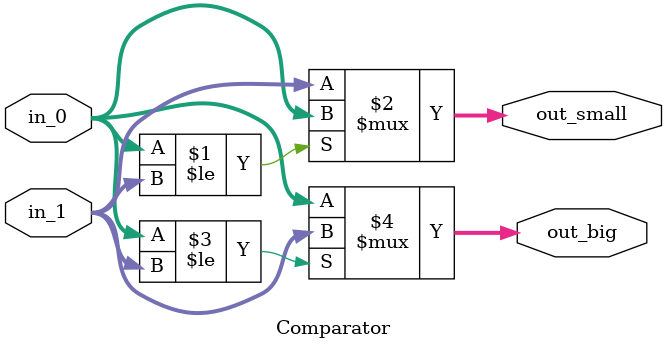
<source format=v>
module SMC(
  // Input signals
    mode,
    W_0, V_GS_0, V_DS_0,
    W_1, V_GS_1, V_DS_1,
    W_2, V_GS_2, V_DS_2,
    W_3, V_GS_3, V_DS_3,
    W_4, V_GS_4, V_DS_4,
    W_5, V_GS_5, V_DS_5,   

  // Output signals
    out_n
);

input [2:0] W_0, V_GS_0, V_DS_0;
input [2:0] W_1, V_GS_1, V_DS_1;
input [2:0] W_2, V_GS_2, V_DS_2;
input [2:0] W_3, V_GS_3, V_DS_3;
input [2:0] W_4, V_GS_4, V_DS_4;
input [2:0] W_5, V_GS_5, V_DS_5;
input [1:0] mode;

output reg [9:0] out_n;


wire [7:0] ID0, ID1, ID2, ID3, ID4, ID5;
wire [7:0] GM0, GM1, GM2, GM3, GM4, GM5;

reg [7:0] A, B, C, D, E, F;

wire [7:0] lv0_n0, lv0_n1, lv0_n2, lv0_n3, lv0_n4, lv0_n5;
wire [7:0] lv1_n0, lv1_n1, lv1_n2, lv1_n3, lv1_n4, lv1_n5;
wire [7:0] lv2_n0, lv2_n1, lv2_n2, lv2_n3, lv2_n4, lv2_n5;
wire [7:0] lv3_n0, lv3_n1, lv3_n2, lv3_n3, lv3_n4, lv3_n5;

// n0 >= n1 >= n2 >= n3 >= n4 >= n5
wire [7:0] n0, n1, n2, n3, n4, n5;

Calculate calc0(.w(W_0), .vgs(V_GS_0), .vds(V_DS_0), .id(ID0), .gm(GM0));
Calculate calc1(.w(W_1), .vgs(V_GS_1), .vds(V_DS_1), .id(ID1), .gm(GM1));
Calculate calc2(.w(W_2), .vgs(V_GS_2), .vds(V_DS_2), .id(ID2), .gm(GM2));
Calculate calc3(.w(W_3), .vgs(V_GS_3), .vds(V_DS_3), .id(ID3), .gm(GM3));
Calculate calc4(.w(W_4), .vgs(V_GS_4), .vds(V_DS_4), .id(ID4), .gm(GM4));
Calculate calc5(.w(W_5), .vgs(V_GS_5), .vds(V_DS_5), .id(ID5), .gm(GM5));

always @ (*) begin
  if(mode == 2'b00 || mode == 2'b10)
    {A, B, C, D, E, F} = {GM0, GM1, GM2, GM3, GM4, GM5};
  else
    {A, B, C, D, E, F} = {ID0, ID1, ID2, ID3, ID4, ID5};
end

Comparator cmp1_lv0 (.in_0(A), .in_1(B), .out_small(lv0_n0), .out_big(lv0_n1));
Comparator cmp2_lv0 (.in_0(C), .in_1(D), .out_small(lv0_n2), .out_big(lv0_n3));
Comparator cmp3_lv0 (.in_0(E), .in_1(F), .out_small(lv0_n4), .out_big(lv0_n5));

Comparator cmp4_lv1 (.in_0(lv0_n0), .in_1(lv0_n2), .out_small(lv1_n0), .out_big(lv1_n1));
Comparator cmp5_lv1 (.in_0(lv0_n1), .in_1(lv0_n4), .out_small(lv1_n2), .out_big(lv1_n3));
Comparator cmp6_lv1 (.in_0(lv0_n3), .in_1(lv0_n5), .out_small(lv1_n4), .out_big(lv1_n5));

Comparator cmp7_lv2 (.in_0(lv1_n0), .in_1(lv1_n2), .out_small(lv2_n0), .out_big(lv2_n1));
Comparator cmp8_lv2 (.in_0(lv1_n1), .in_1(lv1_n4), .out_small(lv2_n2), .out_big(lv2_n3));
Comparator cmp9_lv2 (.in_0(lv1_n3), .in_1(lv1_n5), .out_small(lv2_n4), .out_big(lv2_n5));

assign lv3_n0 = lv2_n0;
Comparator cmp10_lv3 (.in_0(lv2_n1), .in_1(lv2_n2), .out_small(lv3_n1), .out_big(lv3_n2));
Comparator cmp11_lv3 (.in_0(lv2_n3), .in_1(lv2_n4), .out_small(lv3_n3), .out_big(lv3_n4));
assign lv3_n5 = lv2_n5;

assign n5 = lv3_n0;
assign n4 = lv3_n1;
Comparator cmp12_lv4 (.in_0(lv3_n2), .in_1(lv3_n3), .out_small(n3), .out_big(n2));
assign n1 = lv3_n4;
assign n0 = lv3_n5;

always @ (*) begin
  case(mode)
    2'b00 : out_n = n3 + n4 + n5;
    2'b01 : out_n = ((n3 << 1) + n3) + (n4 << 2) + ((n5 << 2) + n5);
    2'b10 : out_n = n0 + n1 + n2;
    2'b11 : out_n = ((n0 << 1) + n0) + (n1 << 2) + ((n2 << 2) + n2);
  endcase
end

endmodule


module Calculate(
  w,
  vgs,
  vds,
  id,
  gm
);

input [2:0] w, vgs, vds;
output [7:0] id, gm;

parameter vt = 3'b1;

wire [2:0] w, vgs, vds, diff;
reg [7:0] id, gm, w_vds;
wire mode;

assign diff = vgs - vt;
assign mode = (diff > vds) ? 1'b1 : 1'b0; // 1: Triode mode, 0: Saturation mode

always @ (*) begin
  if(mode == 1'b1) begin
    w_vds = w * vds;
    id = (w_vds * ((diff << 1) - vds)) / 3'd3;
    gm = (w_vds << 1) / 3'd3;
  end
  else begin
    id = (w * diff * diff) / 3'd3;
    gm = (w * (diff << 1)) / 3'd3;
  end
end

endmodule


module Comparator (
  in_0,
	in_1,
	out_small,
	out_big
);

input [7:0] in_0, in_1;
output [7:0] out_small, out_big;

assign out_small = (in_0 <= in_1) ? in_0 : in_1;
assign out_big = (in_0 <= in_1) ? in_1 : in_0;
  
endmodule
</source>
